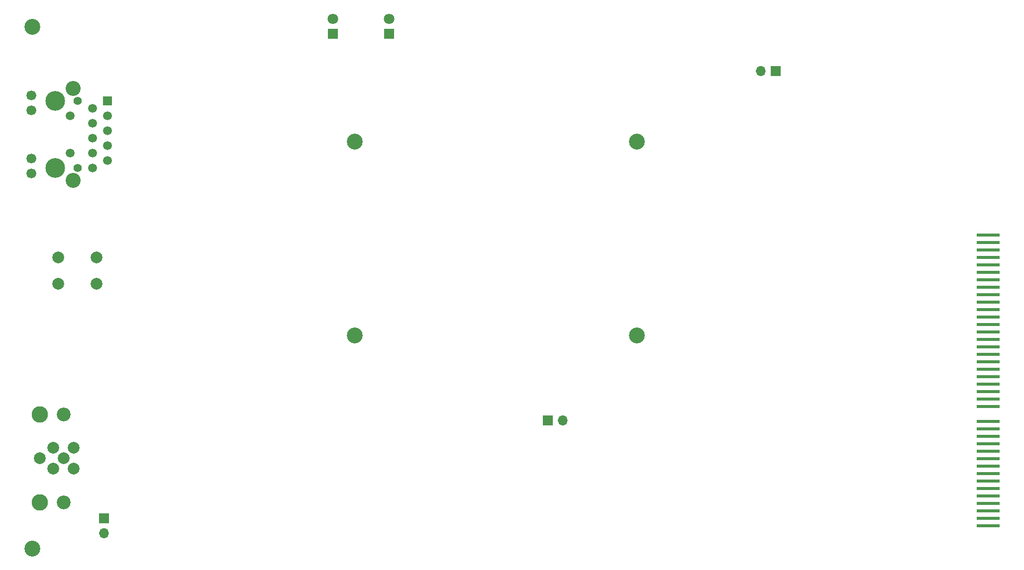
<source format=gbr>
%TF.GenerationSoftware,KiCad,Pcbnew,5.1.9+dfsg1-1~bpo10+1*%
%TF.CreationDate,2021-06-04T12:04:03+02:00*%
%TF.ProjectId,vacctrl_rpi,76616363-7472-46c5-9f72-70692e6b6963,1.0*%
%TF.SameCoordinates,Original*%
%TF.FileFunction,Soldermask,Bot*%
%TF.FilePolarity,Negative*%
%FSLAX46Y46*%
G04 Gerber Fmt 4.6, Leading zero omitted, Abs format (unit mm)*
G04 Created by KiCad (PCBNEW 5.1.9+dfsg1-1~bpo10+1) date 2021-06-04 12:04:03*
%MOMM*%
%LPD*%
G01*
G04 APERTURE LIST*
%ADD10C,1.680000*%
%ADD11C,1.508000*%
%ADD12C,1.408000*%
%ADD13R,1.508000X1.508000*%
%ADD14C,2.550000*%
%ADD15C,3.350000*%
%ADD16O,1.700000X1.700000*%
%ADD17R,1.700000X1.700000*%
%ADD18C,2.700000*%
%ADD19C,2.000000*%
%ADD20C,2.800000*%
%ADD21C,2.350000*%
%ADD22R,4.000000X0.560000*%
%ADD23C,1.800000*%
%ADD24R,1.800000X1.800000*%
G04 APERTURE END LIST*
D10*
%TO.C,J7*%
X67060000Y-82840000D03*
X67060000Y-80300000D03*
X67060000Y-72100000D03*
X67060000Y-69560000D03*
D11*
X73680000Y-79375000D03*
D12*
X74950000Y-81915000D03*
X74950000Y-70485000D03*
D11*
X73680000Y-73025000D03*
X77470000Y-81915000D03*
X80010000Y-80645000D03*
X77470000Y-79375000D03*
X80010000Y-78105000D03*
X77470000Y-76835000D03*
X80010000Y-75565000D03*
X77470000Y-74295000D03*
X80010000Y-73025000D03*
X77470000Y-71755000D03*
D13*
X80010000Y-70485000D03*
D14*
X74170000Y-84050000D03*
X74170000Y-68350000D03*
D15*
X71120000Y-81915000D03*
X71120000Y-70485000D03*
%TD*%
D16*
%TO.C,JP2*%
X191135000Y-65405000D03*
D17*
X193675000Y-65405000D03*
%TD*%
D16*
%TO.C,J4*%
X157480000Y-124904500D03*
D17*
X154940000Y-124904500D03*
%TD*%
D18*
%TO.C,U3*%
X122090000Y-110480000D03*
X122090000Y-77480000D03*
X170090000Y-77480000D03*
X170090000Y-110480000D03*
%TD*%
D16*
%TO.C,JP1*%
X79375000Y-144145000D03*
D17*
X79375000Y-141605000D03*
%TD*%
D19*
%TO.C,J6*%
X68500000Y-131400000D03*
D20*
X68500000Y-138900000D03*
X68500000Y-123900000D03*
D21*
X72500000Y-138900000D03*
X72500000Y-123900000D03*
D19*
X72500000Y-131400000D03*
X70732233Y-129632233D03*
X70732233Y-133167767D03*
X74267767Y-133167767D03*
X74267767Y-129632233D03*
%TD*%
D22*
%TO.C,J5*%
X229830000Y-93335000D03*
X229830000Y-94605000D03*
X229830000Y-95875000D03*
X229830000Y-97145000D03*
X229830000Y-98415000D03*
X229830000Y-99685000D03*
X229830000Y-100955000D03*
X229830000Y-102225000D03*
X229830000Y-103495000D03*
X229830000Y-104765000D03*
X229830000Y-106035000D03*
X229830000Y-107305000D03*
X229830000Y-108575000D03*
X229830000Y-109845000D03*
X229830000Y-111115000D03*
X229830000Y-112385000D03*
X229830000Y-113655000D03*
X229830000Y-114925000D03*
X229830000Y-116195000D03*
X229830000Y-117465000D03*
X229830000Y-118735000D03*
X229830000Y-120005000D03*
X229830000Y-121275000D03*
X229830000Y-122545000D03*
X229830000Y-125085000D03*
X229830000Y-126355000D03*
X229830000Y-127625000D03*
X229830000Y-128895000D03*
X229830000Y-130165000D03*
X229830000Y-131435000D03*
X229830000Y-132705000D03*
X229830000Y-133975000D03*
X229830000Y-135245000D03*
X229830000Y-136515000D03*
X229830000Y-137785000D03*
X229830000Y-139055000D03*
X229830000Y-140325000D03*
X229830000Y-141595000D03*
X229830000Y-142865000D03*
%TD*%
D19*
%TO.C,SW1*%
X78105000Y-97155000D03*
X78105000Y-101655000D03*
X71605000Y-97155000D03*
X71605000Y-101655000D03*
%TD*%
D23*
%TO.C,D2*%
X118364000Y-56515000D03*
D24*
X118364000Y-59055000D03*
%TD*%
D23*
%TO.C,D1*%
X127889000Y-56515000D03*
D24*
X127889000Y-59055000D03*
%TD*%
D18*
%TO.C,H2*%
X67200000Y-57860000D03*
%TD*%
%TO.C,H1*%
X67200000Y-146760000D03*
%TD*%
M02*

</source>
